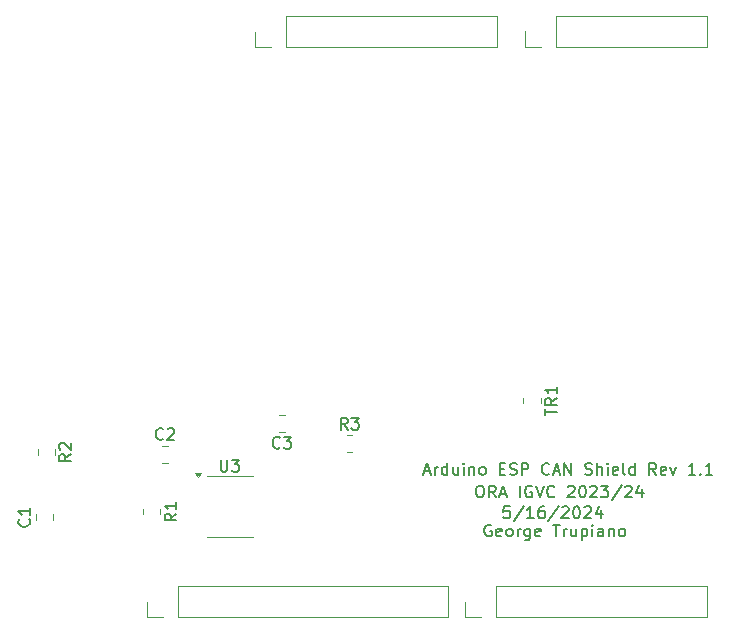
<source format=gbr>
%TF.GenerationSoftware,KiCad,Pcbnew,8.0.2-1*%
%TF.CreationDate,2024-05-16T23:29:46-04:00*%
%TF.ProjectId,ORA_Arduino_ESP_CAN_Shield_Rev_1.1,4f52415f-4172-4647-9569-6e6f5f455350,rev?*%
%TF.SameCoordinates,Original*%
%TF.FileFunction,Legend,Top*%
%TF.FilePolarity,Positive*%
%FSLAX46Y46*%
G04 Gerber Fmt 4.6, Leading zero omitted, Abs format (unit mm)*
G04 Created by KiCad (PCBNEW 8.0.2-1) date 2024-05-16 23:29:46*
%MOMM*%
%LPD*%
G01*
G04 APERTURE LIST*
%ADD10C,0.150000*%
%ADD11C,0.120000*%
G04 APERTURE END LIST*
D10*
X69327255Y-63759819D02*
X69517731Y-63759819D01*
X69517731Y-63759819D02*
X69612969Y-63807438D01*
X69612969Y-63807438D02*
X69708207Y-63902676D01*
X69708207Y-63902676D02*
X69755826Y-64093152D01*
X69755826Y-64093152D02*
X69755826Y-64426485D01*
X69755826Y-64426485D02*
X69708207Y-64616961D01*
X69708207Y-64616961D02*
X69612969Y-64712200D01*
X69612969Y-64712200D02*
X69517731Y-64759819D01*
X69517731Y-64759819D02*
X69327255Y-64759819D01*
X69327255Y-64759819D02*
X69232017Y-64712200D01*
X69232017Y-64712200D02*
X69136779Y-64616961D01*
X69136779Y-64616961D02*
X69089160Y-64426485D01*
X69089160Y-64426485D02*
X69089160Y-64093152D01*
X69089160Y-64093152D02*
X69136779Y-63902676D01*
X69136779Y-63902676D02*
X69232017Y-63807438D01*
X69232017Y-63807438D02*
X69327255Y-63759819D01*
X70755826Y-64759819D02*
X70422493Y-64283628D01*
X70184398Y-64759819D02*
X70184398Y-63759819D01*
X70184398Y-63759819D02*
X70565350Y-63759819D01*
X70565350Y-63759819D02*
X70660588Y-63807438D01*
X70660588Y-63807438D02*
X70708207Y-63855057D01*
X70708207Y-63855057D02*
X70755826Y-63950295D01*
X70755826Y-63950295D02*
X70755826Y-64093152D01*
X70755826Y-64093152D02*
X70708207Y-64188390D01*
X70708207Y-64188390D02*
X70660588Y-64236009D01*
X70660588Y-64236009D02*
X70565350Y-64283628D01*
X70565350Y-64283628D02*
X70184398Y-64283628D01*
X71136779Y-64474104D02*
X71612969Y-64474104D01*
X71041541Y-64759819D02*
X71374874Y-63759819D01*
X71374874Y-63759819D02*
X71708207Y-64759819D01*
X72803446Y-64759819D02*
X72803446Y-63759819D01*
X73803445Y-63807438D02*
X73708207Y-63759819D01*
X73708207Y-63759819D02*
X73565350Y-63759819D01*
X73565350Y-63759819D02*
X73422493Y-63807438D01*
X73422493Y-63807438D02*
X73327255Y-63902676D01*
X73327255Y-63902676D02*
X73279636Y-63997914D01*
X73279636Y-63997914D02*
X73232017Y-64188390D01*
X73232017Y-64188390D02*
X73232017Y-64331247D01*
X73232017Y-64331247D02*
X73279636Y-64521723D01*
X73279636Y-64521723D02*
X73327255Y-64616961D01*
X73327255Y-64616961D02*
X73422493Y-64712200D01*
X73422493Y-64712200D02*
X73565350Y-64759819D01*
X73565350Y-64759819D02*
X73660588Y-64759819D01*
X73660588Y-64759819D02*
X73803445Y-64712200D01*
X73803445Y-64712200D02*
X73851064Y-64664580D01*
X73851064Y-64664580D02*
X73851064Y-64331247D01*
X73851064Y-64331247D02*
X73660588Y-64331247D01*
X74136779Y-63759819D02*
X74470112Y-64759819D01*
X74470112Y-64759819D02*
X74803445Y-63759819D01*
X75708207Y-64664580D02*
X75660588Y-64712200D01*
X75660588Y-64712200D02*
X75517731Y-64759819D01*
X75517731Y-64759819D02*
X75422493Y-64759819D01*
X75422493Y-64759819D02*
X75279636Y-64712200D01*
X75279636Y-64712200D02*
X75184398Y-64616961D01*
X75184398Y-64616961D02*
X75136779Y-64521723D01*
X75136779Y-64521723D02*
X75089160Y-64331247D01*
X75089160Y-64331247D02*
X75089160Y-64188390D01*
X75089160Y-64188390D02*
X75136779Y-63997914D01*
X75136779Y-63997914D02*
X75184398Y-63902676D01*
X75184398Y-63902676D02*
X75279636Y-63807438D01*
X75279636Y-63807438D02*
X75422493Y-63759819D01*
X75422493Y-63759819D02*
X75517731Y-63759819D01*
X75517731Y-63759819D02*
X75660588Y-63807438D01*
X75660588Y-63807438D02*
X75708207Y-63855057D01*
X76851065Y-63855057D02*
X76898684Y-63807438D01*
X76898684Y-63807438D02*
X76993922Y-63759819D01*
X76993922Y-63759819D02*
X77232017Y-63759819D01*
X77232017Y-63759819D02*
X77327255Y-63807438D01*
X77327255Y-63807438D02*
X77374874Y-63855057D01*
X77374874Y-63855057D02*
X77422493Y-63950295D01*
X77422493Y-63950295D02*
X77422493Y-64045533D01*
X77422493Y-64045533D02*
X77374874Y-64188390D01*
X77374874Y-64188390D02*
X76803446Y-64759819D01*
X76803446Y-64759819D02*
X77422493Y-64759819D01*
X78041541Y-63759819D02*
X78136779Y-63759819D01*
X78136779Y-63759819D02*
X78232017Y-63807438D01*
X78232017Y-63807438D02*
X78279636Y-63855057D01*
X78279636Y-63855057D02*
X78327255Y-63950295D01*
X78327255Y-63950295D02*
X78374874Y-64140771D01*
X78374874Y-64140771D02*
X78374874Y-64378866D01*
X78374874Y-64378866D02*
X78327255Y-64569342D01*
X78327255Y-64569342D02*
X78279636Y-64664580D01*
X78279636Y-64664580D02*
X78232017Y-64712200D01*
X78232017Y-64712200D02*
X78136779Y-64759819D01*
X78136779Y-64759819D02*
X78041541Y-64759819D01*
X78041541Y-64759819D02*
X77946303Y-64712200D01*
X77946303Y-64712200D02*
X77898684Y-64664580D01*
X77898684Y-64664580D02*
X77851065Y-64569342D01*
X77851065Y-64569342D02*
X77803446Y-64378866D01*
X77803446Y-64378866D02*
X77803446Y-64140771D01*
X77803446Y-64140771D02*
X77851065Y-63950295D01*
X77851065Y-63950295D02*
X77898684Y-63855057D01*
X77898684Y-63855057D02*
X77946303Y-63807438D01*
X77946303Y-63807438D02*
X78041541Y-63759819D01*
X78755827Y-63855057D02*
X78803446Y-63807438D01*
X78803446Y-63807438D02*
X78898684Y-63759819D01*
X78898684Y-63759819D02*
X79136779Y-63759819D01*
X79136779Y-63759819D02*
X79232017Y-63807438D01*
X79232017Y-63807438D02*
X79279636Y-63855057D01*
X79279636Y-63855057D02*
X79327255Y-63950295D01*
X79327255Y-63950295D02*
X79327255Y-64045533D01*
X79327255Y-64045533D02*
X79279636Y-64188390D01*
X79279636Y-64188390D02*
X78708208Y-64759819D01*
X78708208Y-64759819D02*
X79327255Y-64759819D01*
X79660589Y-63759819D02*
X80279636Y-63759819D01*
X80279636Y-63759819D02*
X79946303Y-64140771D01*
X79946303Y-64140771D02*
X80089160Y-64140771D01*
X80089160Y-64140771D02*
X80184398Y-64188390D01*
X80184398Y-64188390D02*
X80232017Y-64236009D01*
X80232017Y-64236009D02*
X80279636Y-64331247D01*
X80279636Y-64331247D02*
X80279636Y-64569342D01*
X80279636Y-64569342D02*
X80232017Y-64664580D01*
X80232017Y-64664580D02*
X80184398Y-64712200D01*
X80184398Y-64712200D02*
X80089160Y-64759819D01*
X80089160Y-64759819D02*
X79803446Y-64759819D01*
X79803446Y-64759819D02*
X79708208Y-64712200D01*
X79708208Y-64712200D02*
X79660589Y-64664580D01*
X81422493Y-63712200D02*
X80565351Y-64997914D01*
X81708208Y-63855057D02*
X81755827Y-63807438D01*
X81755827Y-63807438D02*
X81851065Y-63759819D01*
X81851065Y-63759819D02*
X82089160Y-63759819D01*
X82089160Y-63759819D02*
X82184398Y-63807438D01*
X82184398Y-63807438D02*
X82232017Y-63855057D01*
X82232017Y-63855057D02*
X82279636Y-63950295D01*
X82279636Y-63950295D02*
X82279636Y-64045533D01*
X82279636Y-64045533D02*
X82232017Y-64188390D01*
X82232017Y-64188390D02*
X81660589Y-64759819D01*
X81660589Y-64759819D02*
X82279636Y-64759819D01*
X83136779Y-64093152D02*
X83136779Y-64759819D01*
X82898684Y-63712200D02*
X82660589Y-64426485D01*
X82660589Y-64426485D02*
X83279636Y-64426485D01*
X70370588Y-67117438D02*
X70275350Y-67069819D01*
X70275350Y-67069819D02*
X70132493Y-67069819D01*
X70132493Y-67069819D02*
X69989636Y-67117438D01*
X69989636Y-67117438D02*
X69894398Y-67212676D01*
X69894398Y-67212676D02*
X69846779Y-67307914D01*
X69846779Y-67307914D02*
X69799160Y-67498390D01*
X69799160Y-67498390D02*
X69799160Y-67641247D01*
X69799160Y-67641247D02*
X69846779Y-67831723D01*
X69846779Y-67831723D02*
X69894398Y-67926961D01*
X69894398Y-67926961D02*
X69989636Y-68022200D01*
X69989636Y-68022200D02*
X70132493Y-68069819D01*
X70132493Y-68069819D02*
X70227731Y-68069819D01*
X70227731Y-68069819D02*
X70370588Y-68022200D01*
X70370588Y-68022200D02*
X70418207Y-67974580D01*
X70418207Y-67974580D02*
X70418207Y-67641247D01*
X70418207Y-67641247D02*
X70227731Y-67641247D01*
X71227731Y-68022200D02*
X71132493Y-68069819D01*
X71132493Y-68069819D02*
X70942017Y-68069819D01*
X70942017Y-68069819D02*
X70846779Y-68022200D01*
X70846779Y-68022200D02*
X70799160Y-67926961D01*
X70799160Y-67926961D02*
X70799160Y-67546009D01*
X70799160Y-67546009D02*
X70846779Y-67450771D01*
X70846779Y-67450771D02*
X70942017Y-67403152D01*
X70942017Y-67403152D02*
X71132493Y-67403152D01*
X71132493Y-67403152D02*
X71227731Y-67450771D01*
X71227731Y-67450771D02*
X71275350Y-67546009D01*
X71275350Y-67546009D02*
X71275350Y-67641247D01*
X71275350Y-67641247D02*
X70799160Y-67736485D01*
X71846779Y-68069819D02*
X71751541Y-68022200D01*
X71751541Y-68022200D02*
X71703922Y-67974580D01*
X71703922Y-67974580D02*
X71656303Y-67879342D01*
X71656303Y-67879342D02*
X71656303Y-67593628D01*
X71656303Y-67593628D02*
X71703922Y-67498390D01*
X71703922Y-67498390D02*
X71751541Y-67450771D01*
X71751541Y-67450771D02*
X71846779Y-67403152D01*
X71846779Y-67403152D02*
X71989636Y-67403152D01*
X71989636Y-67403152D02*
X72084874Y-67450771D01*
X72084874Y-67450771D02*
X72132493Y-67498390D01*
X72132493Y-67498390D02*
X72180112Y-67593628D01*
X72180112Y-67593628D02*
X72180112Y-67879342D01*
X72180112Y-67879342D02*
X72132493Y-67974580D01*
X72132493Y-67974580D02*
X72084874Y-68022200D01*
X72084874Y-68022200D02*
X71989636Y-68069819D01*
X71989636Y-68069819D02*
X71846779Y-68069819D01*
X72608684Y-68069819D02*
X72608684Y-67403152D01*
X72608684Y-67593628D02*
X72656303Y-67498390D01*
X72656303Y-67498390D02*
X72703922Y-67450771D01*
X72703922Y-67450771D02*
X72799160Y-67403152D01*
X72799160Y-67403152D02*
X72894398Y-67403152D01*
X73656303Y-67403152D02*
X73656303Y-68212676D01*
X73656303Y-68212676D02*
X73608684Y-68307914D01*
X73608684Y-68307914D02*
X73561065Y-68355533D01*
X73561065Y-68355533D02*
X73465827Y-68403152D01*
X73465827Y-68403152D02*
X73322970Y-68403152D01*
X73322970Y-68403152D02*
X73227732Y-68355533D01*
X73656303Y-68022200D02*
X73561065Y-68069819D01*
X73561065Y-68069819D02*
X73370589Y-68069819D01*
X73370589Y-68069819D02*
X73275351Y-68022200D01*
X73275351Y-68022200D02*
X73227732Y-67974580D01*
X73227732Y-67974580D02*
X73180113Y-67879342D01*
X73180113Y-67879342D02*
X73180113Y-67593628D01*
X73180113Y-67593628D02*
X73227732Y-67498390D01*
X73227732Y-67498390D02*
X73275351Y-67450771D01*
X73275351Y-67450771D02*
X73370589Y-67403152D01*
X73370589Y-67403152D02*
X73561065Y-67403152D01*
X73561065Y-67403152D02*
X73656303Y-67450771D01*
X74513446Y-68022200D02*
X74418208Y-68069819D01*
X74418208Y-68069819D02*
X74227732Y-68069819D01*
X74227732Y-68069819D02*
X74132494Y-68022200D01*
X74132494Y-68022200D02*
X74084875Y-67926961D01*
X74084875Y-67926961D02*
X74084875Y-67546009D01*
X74084875Y-67546009D02*
X74132494Y-67450771D01*
X74132494Y-67450771D02*
X74227732Y-67403152D01*
X74227732Y-67403152D02*
X74418208Y-67403152D01*
X74418208Y-67403152D02*
X74513446Y-67450771D01*
X74513446Y-67450771D02*
X74561065Y-67546009D01*
X74561065Y-67546009D02*
X74561065Y-67641247D01*
X74561065Y-67641247D02*
X74084875Y-67736485D01*
X75608685Y-67069819D02*
X76180113Y-67069819D01*
X75894399Y-68069819D02*
X75894399Y-67069819D01*
X76513447Y-68069819D02*
X76513447Y-67403152D01*
X76513447Y-67593628D02*
X76561066Y-67498390D01*
X76561066Y-67498390D02*
X76608685Y-67450771D01*
X76608685Y-67450771D02*
X76703923Y-67403152D01*
X76703923Y-67403152D02*
X76799161Y-67403152D01*
X77561066Y-67403152D02*
X77561066Y-68069819D01*
X77132495Y-67403152D02*
X77132495Y-67926961D01*
X77132495Y-67926961D02*
X77180114Y-68022200D01*
X77180114Y-68022200D02*
X77275352Y-68069819D01*
X77275352Y-68069819D02*
X77418209Y-68069819D01*
X77418209Y-68069819D02*
X77513447Y-68022200D01*
X77513447Y-68022200D02*
X77561066Y-67974580D01*
X78037257Y-67403152D02*
X78037257Y-68403152D01*
X78037257Y-67450771D02*
X78132495Y-67403152D01*
X78132495Y-67403152D02*
X78322971Y-67403152D01*
X78322971Y-67403152D02*
X78418209Y-67450771D01*
X78418209Y-67450771D02*
X78465828Y-67498390D01*
X78465828Y-67498390D02*
X78513447Y-67593628D01*
X78513447Y-67593628D02*
X78513447Y-67879342D01*
X78513447Y-67879342D02*
X78465828Y-67974580D01*
X78465828Y-67974580D02*
X78418209Y-68022200D01*
X78418209Y-68022200D02*
X78322971Y-68069819D01*
X78322971Y-68069819D02*
X78132495Y-68069819D01*
X78132495Y-68069819D02*
X78037257Y-68022200D01*
X78942019Y-68069819D02*
X78942019Y-67403152D01*
X78942019Y-67069819D02*
X78894400Y-67117438D01*
X78894400Y-67117438D02*
X78942019Y-67165057D01*
X78942019Y-67165057D02*
X78989638Y-67117438D01*
X78989638Y-67117438D02*
X78942019Y-67069819D01*
X78942019Y-67069819D02*
X78942019Y-67165057D01*
X79846780Y-68069819D02*
X79846780Y-67546009D01*
X79846780Y-67546009D02*
X79799161Y-67450771D01*
X79799161Y-67450771D02*
X79703923Y-67403152D01*
X79703923Y-67403152D02*
X79513447Y-67403152D01*
X79513447Y-67403152D02*
X79418209Y-67450771D01*
X79846780Y-68022200D02*
X79751542Y-68069819D01*
X79751542Y-68069819D02*
X79513447Y-68069819D01*
X79513447Y-68069819D02*
X79418209Y-68022200D01*
X79418209Y-68022200D02*
X79370590Y-67926961D01*
X79370590Y-67926961D02*
X79370590Y-67831723D01*
X79370590Y-67831723D02*
X79418209Y-67736485D01*
X79418209Y-67736485D02*
X79513447Y-67688866D01*
X79513447Y-67688866D02*
X79751542Y-67688866D01*
X79751542Y-67688866D02*
X79846780Y-67641247D01*
X80322971Y-67403152D02*
X80322971Y-68069819D01*
X80322971Y-67498390D02*
X80370590Y-67450771D01*
X80370590Y-67450771D02*
X80465828Y-67403152D01*
X80465828Y-67403152D02*
X80608685Y-67403152D01*
X80608685Y-67403152D02*
X80703923Y-67450771D01*
X80703923Y-67450771D02*
X80751542Y-67546009D01*
X80751542Y-67546009D02*
X80751542Y-68069819D01*
X81370590Y-68069819D02*
X81275352Y-68022200D01*
X81275352Y-68022200D02*
X81227733Y-67974580D01*
X81227733Y-67974580D02*
X81180114Y-67879342D01*
X81180114Y-67879342D02*
X81180114Y-67593628D01*
X81180114Y-67593628D02*
X81227733Y-67498390D01*
X81227733Y-67498390D02*
X81275352Y-67450771D01*
X81275352Y-67450771D02*
X81370590Y-67403152D01*
X81370590Y-67403152D02*
X81513447Y-67403152D01*
X81513447Y-67403152D02*
X81608685Y-67450771D01*
X81608685Y-67450771D02*
X81656304Y-67498390D01*
X81656304Y-67498390D02*
X81703923Y-67593628D01*
X81703923Y-67593628D02*
X81703923Y-67879342D01*
X81703923Y-67879342D02*
X81656304Y-67974580D01*
X81656304Y-67974580D02*
X81608685Y-68022200D01*
X81608685Y-68022200D02*
X81513447Y-68069819D01*
X81513447Y-68069819D02*
X81370590Y-68069819D01*
X64709160Y-62564104D02*
X65185350Y-62564104D01*
X64613922Y-62849819D02*
X64947255Y-61849819D01*
X64947255Y-61849819D02*
X65280588Y-62849819D01*
X65613922Y-62849819D02*
X65613922Y-62183152D01*
X65613922Y-62373628D02*
X65661541Y-62278390D01*
X65661541Y-62278390D02*
X65709160Y-62230771D01*
X65709160Y-62230771D02*
X65804398Y-62183152D01*
X65804398Y-62183152D02*
X65899636Y-62183152D01*
X66661541Y-62849819D02*
X66661541Y-61849819D01*
X66661541Y-62802200D02*
X66566303Y-62849819D01*
X66566303Y-62849819D02*
X66375827Y-62849819D01*
X66375827Y-62849819D02*
X66280589Y-62802200D01*
X66280589Y-62802200D02*
X66232970Y-62754580D01*
X66232970Y-62754580D02*
X66185351Y-62659342D01*
X66185351Y-62659342D02*
X66185351Y-62373628D01*
X66185351Y-62373628D02*
X66232970Y-62278390D01*
X66232970Y-62278390D02*
X66280589Y-62230771D01*
X66280589Y-62230771D02*
X66375827Y-62183152D01*
X66375827Y-62183152D02*
X66566303Y-62183152D01*
X66566303Y-62183152D02*
X66661541Y-62230771D01*
X67566303Y-62183152D02*
X67566303Y-62849819D01*
X67137732Y-62183152D02*
X67137732Y-62706961D01*
X67137732Y-62706961D02*
X67185351Y-62802200D01*
X67185351Y-62802200D02*
X67280589Y-62849819D01*
X67280589Y-62849819D02*
X67423446Y-62849819D01*
X67423446Y-62849819D02*
X67518684Y-62802200D01*
X67518684Y-62802200D02*
X67566303Y-62754580D01*
X68042494Y-62849819D02*
X68042494Y-62183152D01*
X68042494Y-61849819D02*
X67994875Y-61897438D01*
X67994875Y-61897438D02*
X68042494Y-61945057D01*
X68042494Y-61945057D02*
X68090113Y-61897438D01*
X68090113Y-61897438D02*
X68042494Y-61849819D01*
X68042494Y-61849819D02*
X68042494Y-61945057D01*
X68518684Y-62183152D02*
X68518684Y-62849819D01*
X68518684Y-62278390D02*
X68566303Y-62230771D01*
X68566303Y-62230771D02*
X68661541Y-62183152D01*
X68661541Y-62183152D02*
X68804398Y-62183152D01*
X68804398Y-62183152D02*
X68899636Y-62230771D01*
X68899636Y-62230771D02*
X68947255Y-62326009D01*
X68947255Y-62326009D02*
X68947255Y-62849819D01*
X69566303Y-62849819D02*
X69471065Y-62802200D01*
X69471065Y-62802200D02*
X69423446Y-62754580D01*
X69423446Y-62754580D02*
X69375827Y-62659342D01*
X69375827Y-62659342D02*
X69375827Y-62373628D01*
X69375827Y-62373628D02*
X69423446Y-62278390D01*
X69423446Y-62278390D02*
X69471065Y-62230771D01*
X69471065Y-62230771D02*
X69566303Y-62183152D01*
X69566303Y-62183152D02*
X69709160Y-62183152D01*
X69709160Y-62183152D02*
X69804398Y-62230771D01*
X69804398Y-62230771D02*
X69852017Y-62278390D01*
X69852017Y-62278390D02*
X69899636Y-62373628D01*
X69899636Y-62373628D02*
X69899636Y-62659342D01*
X69899636Y-62659342D02*
X69852017Y-62754580D01*
X69852017Y-62754580D02*
X69804398Y-62802200D01*
X69804398Y-62802200D02*
X69709160Y-62849819D01*
X69709160Y-62849819D02*
X69566303Y-62849819D01*
X71090113Y-62326009D02*
X71423446Y-62326009D01*
X71566303Y-62849819D02*
X71090113Y-62849819D01*
X71090113Y-62849819D02*
X71090113Y-61849819D01*
X71090113Y-61849819D02*
X71566303Y-61849819D01*
X71947256Y-62802200D02*
X72090113Y-62849819D01*
X72090113Y-62849819D02*
X72328208Y-62849819D01*
X72328208Y-62849819D02*
X72423446Y-62802200D01*
X72423446Y-62802200D02*
X72471065Y-62754580D01*
X72471065Y-62754580D02*
X72518684Y-62659342D01*
X72518684Y-62659342D02*
X72518684Y-62564104D01*
X72518684Y-62564104D02*
X72471065Y-62468866D01*
X72471065Y-62468866D02*
X72423446Y-62421247D01*
X72423446Y-62421247D02*
X72328208Y-62373628D01*
X72328208Y-62373628D02*
X72137732Y-62326009D01*
X72137732Y-62326009D02*
X72042494Y-62278390D01*
X72042494Y-62278390D02*
X71994875Y-62230771D01*
X71994875Y-62230771D02*
X71947256Y-62135533D01*
X71947256Y-62135533D02*
X71947256Y-62040295D01*
X71947256Y-62040295D02*
X71994875Y-61945057D01*
X71994875Y-61945057D02*
X72042494Y-61897438D01*
X72042494Y-61897438D02*
X72137732Y-61849819D01*
X72137732Y-61849819D02*
X72375827Y-61849819D01*
X72375827Y-61849819D02*
X72518684Y-61897438D01*
X72947256Y-62849819D02*
X72947256Y-61849819D01*
X72947256Y-61849819D02*
X73328208Y-61849819D01*
X73328208Y-61849819D02*
X73423446Y-61897438D01*
X73423446Y-61897438D02*
X73471065Y-61945057D01*
X73471065Y-61945057D02*
X73518684Y-62040295D01*
X73518684Y-62040295D02*
X73518684Y-62183152D01*
X73518684Y-62183152D02*
X73471065Y-62278390D01*
X73471065Y-62278390D02*
X73423446Y-62326009D01*
X73423446Y-62326009D02*
X73328208Y-62373628D01*
X73328208Y-62373628D02*
X72947256Y-62373628D01*
X75280589Y-62754580D02*
X75232970Y-62802200D01*
X75232970Y-62802200D02*
X75090113Y-62849819D01*
X75090113Y-62849819D02*
X74994875Y-62849819D01*
X74994875Y-62849819D02*
X74852018Y-62802200D01*
X74852018Y-62802200D02*
X74756780Y-62706961D01*
X74756780Y-62706961D02*
X74709161Y-62611723D01*
X74709161Y-62611723D02*
X74661542Y-62421247D01*
X74661542Y-62421247D02*
X74661542Y-62278390D01*
X74661542Y-62278390D02*
X74709161Y-62087914D01*
X74709161Y-62087914D02*
X74756780Y-61992676D01*
X74756780Y-61992676D02*
X74852018Y-61897438D01*
X74852018Y-61897438D02*
X74994875Y-61849819D01*
X74994875Y-61849819D02*
X75090113Y-61849819D01*
X75090113Y-61849819D02*
X75232970Y-61897438D01*
X75232970Y-61897438D02*
X75280589Y-61945057D01*
X75661542Y-62564104D02*
X76137732Y-62564104D01*
X75566304Y-62849819D02*
X75899637Y-61849819D01*
X75899637Y-61849819D02*
X76232970Y-62849819D01*
X76566304Y-62849819D02*
X76566304Y-61849819D01*
X76566304Y-61849819D02*
X77137732Y-62849819D01*
X77137732Y-62849819D02*
X77137732Y-61849819D01*
X78328209Y-62802200D02*
X78471066Y-62849819D01*
X78471066Y-62849819D02*
X78709161Y-62849819D01*
X78709161Y-62849819D02*
X78804399Y-62802200D01*
X78804399Y-62802200D02*
X78852018Y-62754580D01*
X78852018Y-62754580D02*
X78899637Y-62659342D01*
X78899637Y-62659342D02*
X78899637Y-62564104D01*
X78899637Y-62564104D02*
X78852018Y-62468866D01*
X78852018Y-62468866D02*
X78804399Y-62421247D01*
X78804399Y-62421247D02*
X78709161Y-62373628D01*
X78709161Y-62373628D02*
X78518685Y-62326009D01*
X78518685Y-62326009D02*
X78423447Y-62278390D01*
X78423447Y-62278390D02*
X78375828Y-62230771D01*
X78375828Y-62230771D02*
X78328209Y-62135533D01*
X78328209Y-62135533D02*
X78328209Y-62040295D01*
X78328209Y-62040295D02*
X78375828Y-61945057D01*
X78375828Y-61945057D02*
X78423447Y-61897438D01*
X78423447Y-61897438D02*
X78518685Y-61849819D01*
X78518685Y-61849819D02*
X78756780Y-61849819D01*
X78756780Y-61849819D02*
X78899637Y-61897438D01*
X79328209Y-62849819D02*
X79328209Y-61849819D01*
X79756780Y-62849819D02*
X79756780Y-62326009D01*
X79756780Y-62326009D02*
X79709161Y-62230771D01*
X79709161Y-62230771D02*
X79613923Y-62183152D01*
X79613923Y-62183152D02*
X79471066Y-62183152D01*
X79471066Y-62183152D02*
X79375828Y-62230771D01*
X79375828Y-62230771D02*
X79328209Y-62278390D01*
X80232971Y-62849819D02*
X80232971Y-62183152D01*
X80232971Y-61849819D02*
X80185352Y-61897438D01*
X80185352Y-61897438D02*
X80232971Y-61945057D01*
X80232971Y-61945057D02*
X80280590Y-61897438D01*
X80280590Y-61897438D02*
X80232971Y-61849819D01*
X80232971Y-61849819D02*
X80232971Y-61945057D01*
X81090113Y-62802200D02*
X80994875Y-62849819D01*
X80994875Y-62849819D02*
X80804399Y-62849819D01*
X80804399Y-62849819D02*
X80709161Y-62802200D01*
X80709161Y-62802200D02*
X80661542Y-62706961D01*
X80661542Y-62706961D02*
X80661542Y-62326009D01*
X80661542Y-62326009D02*
X80709161Y-62230771D01*
X80709161Y-62230771D02*
X80804399Y-62183152D01*
X80804399Y-62183152D02*
X80994875Y-62183152D01*
X80994875Y-62183152D02*
X81090113Y-62230771D01*
X81090113Y-62230771D02*
X81137732Y-62326009D01*
X81137732Y-62326009D02*
X81137732Y-62421247D01*
X81137732Y-62421247D02*
X80661542Y-62516485D01*
X81709161Y-62849819D02*
X81613923Y-62802200D01*
X81613923Y-62802200D02*
X81566304Y-62706961D01*
X81566304Y-62706961D02*
X81566304Y-61849819D01*
X82518685Y-62849819D02*
X82518685Y-61849819D01*
X82518685Y-62802200D02*
X82423447Y-62849819D01*
X82423447Y-62849819D02*
X82232971Y-62849819D01*
X82232971Y-62849819D02*
X82137733Y-62802200D01*
X82137733Y-62802200D02*
X82090114Y-62754580D01*
X82090114Y-62754580D02*
X82042495Y-62659342D01*
X82042495Y-62659342D02*
X82042495Y-62373628D01*
X82042495Y-62373628D02*
X82090114Y-62278390D01*
X82090114Y-62278390D02*
X82137733Y-62230771D01*
X82137733Y-62230771D02*
X82232971Y-62183152D01*
X82232971Y-62183152D02*
X82423447Y-62183152D01*
X82423447Y-62183152D02*
X82518685Y-62230771D01*
X84328209Y-62849819D02*
X83994876Y-62373628D01*
X83756781Y-62849819D02*
X83756781Y-61849819D01*
X83756781Y-61849819D02*
X84137733Y-61849819D01*
X84137733Y-61849819D02*
X84232971Y-61897438D01*
X84232971Y-61897438D02*
X84280590Y-61945057D01*
X84280590Y-61945057D02*
X84328209Y-62040295D01*
X84328209Y-62040295D02*
X84328209Y-62183152D01*
X84328209Y-62183152D02*
X84280590Y-62278390D01*
X84280590Y-62278390D02*
X84232971Y-62326009D01*
X84232971Y-62326009D02*
X84137733Y-62373628D01*
X84137733Y-62373628D02*
X83756781Y-62373628D01*
X85137733Y-62802200D02*
X85042495Y-62849819D01*
X85042495Y-62849819D02*
X84852019Y-62849819D01*
X84852019Y-62849819D02*
X84756781Y-62802200D01*
X84756781Y-62802200D02*
X84709162Y-62706961D01*
X84709162Y-62706961D02*
X84709162Y-62326009D01*
X84709162Y-62326009D02*
X84756781Y-62230771D01*
X84756781Y-62230771D02*
X84852019Y-62183152D01*
X84852019Y-62183152D02*
X85042495Y-62183152D01*
X85042495Y-62183152D02*
X85137733Y-62230771D01*
X85137733Y-62230771D02*
X85185352Y-62326009D01*
X85185352Y-62326009D02*
X85185352Y-62421247D01*
X85185352Y-62421247D02*
X84709162Y-62516485D01*
X85518686Y-62183152D02*
X85756781Y-62849819D01*
X85756781Y-62849819D02*
X85994876Y-62183152D01*
X87661543Y-62849819D02*
X87090115Y-62849819D01*
X87375829Y-62849819D02*
X87375829Y-61849819D01*
X87375829Y-61849819D02*
X87280591Y-61992676D01*
X87280591Y-61992676D02*
X87185353Y-62087914D01*
X87185353Y-62087914D02*
X87090115Y-62135533D01*
X88090115Y-62754580D02*
X88137734Y-62802200D01*
X88137734Y-62802200D02*
X88090115Y-62849819D01*
X88090115Y-62849819D02*
X88042496Y-62802200D01*
X88042496Y-62802200D02*
X88090115Y-62754580D01*
X88090115Y-62754580D02*
X88090115Y-62849819D01*
X89090114Y-62849819D02*
X88518686Y-62849819D01*
X88804400Y-62849819D02*
X88804400Y-61849819D01*
X88804400Y-61849819D02*
X88709162Y-61992676D01*
X88709162Y-61992676D02*
X88613924Y-62087914D01*
X88613924Y-62087914D02*
X88518686Y-62135533D01*
X71932969Y-65519819D02*
X71456779Y-65519819D01*
X71456779Y-65519819D02*
X71409160Y-65996009D01*
X71409160Y-65996009D02*
X71456779Y-65948390D01*
X71456779Y-65948390D02*
X71552017Y-65900771D01*
X71552017Y-65900771D02*
X71790112Y-65900771D01*
X71790112Y-65900771D02*
X71885350Y-65948390D01*
X71885350Y-65948390D02*
X71932969Y-65996009D01*
X71932969Y-65996009D02*
X71980588Y-66091247D01*
X71980588Y-66091247D02*
X71980588Y-66329342D01*
X71980588Y-66329342D02*
X71932969Y-66424580D01*
X71932969Y-66424580D02*
X71885350Y-66472200D01*
X71885350Y-66472200D02*
X71790112Y-66519819D01*
X71790112Y-66519819D02*
X71552017Y-66519819D01*
X71552017Y-66519819D02*
X71456779Y-66472200D01*
X71456779Y-66472200D02*
X71409160Y-66424580D01*
X73123445Y-65472200D02*
X72266303Y-66757914D01*
X73980588Y-66519819D02*
X73409160Y-66519819D01*
X73694874Y-66519819D02*
X73694874Y-65519819D01*
X73694874Y-65519819D02*
X73599636Y-65662676D01*
X73599636Y-65662676D02*
X73504398Y-65757914D01*
X73504398Y-65757914D02*
X73409160Y-65805533D01*
X74837731Y-65519819D02*
X74647255Y-65519819D01*
X74647255Y-65519819D02*
X74552017Y-65567438D01*
X74552017Y-65567438D02*
X74504398Y-65615057D01*
X74504398Y-65615057D02*
X74409160Y-65757914D01*
X74409160Y-65757914D02*
X74361541Y-65948390D01*
X74361541Y-65948390D02*
X74361541Y-66329342D01*
X74361541Y-66329342D02*
X74409160Y-66424580D01*
X74409160Y-66424580D02*
X74456779Y-66472200D01*
X74456779Y-66472200D02*
X74552017Y-66519819D01*
X74552017Y-66519819D02*
X74742493Y-66519819D01*
X74742493Y-66519819D02*
X74837731Y-66472200D01*
X74837731Y-66472200D02*
X74885350Y-66424580D01*
X74885350Y-66424580D02*
X74932969Y-66329342D01*
X74932969Y-66329342D02*
X74932969Y-66091247D01*
X74932969Y-66091247D02*
X74885350Y-65996009D01*
X74885350Y-65996009D02*
X74837731Y-65948390D01*
X74837731Y-65948390D02*
X74742493Y-65900771D01*
X74742493Y-65900771D02*
X74552017Y-65900771D01*
X74552017Y-65900771D02*
X74456779Y-65948390D01*
X74456779Y-65948390D02*
X74409160Y-65996009D01*
X74409160Y-65996009D02*
X74361541Y-66091247D01*
X76075826Y-65472200D02*
X75218684Y-66757914D01*
X76361541Y-65615057D02*
X76409160Y-65567438D01*
X76409160Y-65567438D02*
X76504398Y-65519819D01*
X76504398Y-65519819D02*
X76742493Y-65519819D01*
X76742493Y-65519819D02*
X76837731Y-65567438D01*
X76837731Y-65567438D02*
X76885350Y-65615057D01*
X76885350Y-65615057D02*
X76932969Y-65710295D01*
X76932969Y-65710295D02*
X76932969Y-65805533D01*
X76932969Y-65805533D02*
X76885350Y-65948390D01*
X76885350Y-65948390D02*
X76313922Y-66519819D01*
X76313922Y-66519819D02*
X76932969Y-66519819D01*
X77552017Y-65519819D02*
X77647255Y-65519819D01*
X77647255Y-65519819D02*
X77742493Y-65567438D01*
X77742493Y-65567438D02*
X77790112Y-65615057D01*
X77790112Y-65615057D02*
X77837731Y-65710295D01*
X77837731Y-65710295D02*
X77885350Y-65900771D01*
X77885350Y-65900771D02*
X77885350Y-66138866D01*
X77885350Y-66138866D02*
X77837731Y-66329342D01*
X77837731Y-66329342D02*
X77790112Y-66424580D01*
X77790112Y-66424580D02*
X77742493Y-66472200D01*
X77742493Y-66472200D02*
X77647255Y-66519819D01*
X77647255Y-66519819D02*
X77552017Y-66519819D01*
X77552017Y-66519819D02*
X77456779Y-66472200D01*
X77456779Y-66472200D02*
X77409160Y-66424580D01*
X77409160Y-66424580D02*
X77361541Y-66329342D01*
X77361541Y-66329342D02*
X77313922Y-66138866D01*
X77313922Y-66138866D02*
X77313922Y-65900771D01*
X77313922Y-65900771D02*
X77361541Y-65710295D01*
X77361541Y-65710295D02*
X77409160Y-65615057D01*
X77409160Y-65615057D02*
X77456779Y-65567438D01*
X77456779Y-65567438D02*
X77552017Y-65519819D01*
X78266303Y-65615057D02*
X78313922Y-65567438D01*
X78313922Y-65567438D02*
X78409160Y-65519819D01*
X78409160Y-65519819D02*
X78647255Y-65519819D01*
X78647255Y-65519819D02*
X78742493Y-65567438D01*
X78742493Y-65567438D02*
X78790112Y-65615057D01*
X78790112Y-65615057D02*
X78837731Y-65710295D01*
X78837731Y-65710295D02*
X78837731Y-65805533D01*
X78837731Y-65805533D02*
X78790112Y-65948390D01*
X78790112Y-65948390D02*
X78218684Y-66519819D01*
X78218684Y-66519819D02*
X78837731Y-66519819D01*
X79694874Y-65853152D02*
X79694874Y-66519819D01*
X79456779Y-65472200D02*
X79218684Y-66186485D01*
X79218684Y-66186485D02*
X79837731Y-66186485D01*
X43719819Y-66146666D02*
X43243628Y-66479999D01*
X43719819Y-66718094D02*
X42719819Y-66718094D01*
X42719819Y-66718094D02*
X42719819Y-66337142D01*
X42719819Y-66337142D02*
X42767438Y-66241904D01*
X42767438Y-66241904D02*
X42815057Y-66194285D01*
X42815057Y-66194285D02*
X42910295Y-66146666D01*
X42910295Y-66146666D02*
X43053152Y-66146666D01*
X43053152Y-66146666D02*
X43148390Y-66194285D01*
X43148390Y-66194285D02*
X43196009Y-66241904D01*
X43196009Y-66241904D02*
X43243628Y-66337142D01*
X43243628Y-66337142D02*
X43243628Y-66718094D01*
X43719819Y-65194285D02*
X43719819Y-65765713D01*
X43719819Y-65479999D02*
X42719819Y-65479999D01*
X42719819Y-65479999D02*
X42862676Y-65575237D01*
X42862676Y-65575237D02*
X42957914Y-65670475D01*
X42957914Y-65670475D02*
X43005533Y-65765713D01*
X74929819Y-57821904D02*
X74929819Y-57250476D01*
X75929819Y-57536190D02*
X74929819Y-57536190D01*
X75929819Y-56345714D02*
X75453628Y-56679047D01*
X75929819Y-56917142D02*
X74929819Y-56917142D01*
X74929819Y-56917142D02*
X74929819Y-56536190D01*
X74929819Y-56536190D02*
X74977438Y-56440952D01*
X74977438Y-56440952D02*
X75025057Y-56393333D01*
X75025057Y-56393333D02*
X75120295Y-56345714D01*
X75120295Y-56345714D02*
X75263152Y-56345714D01*
X75263152Y-56345714D02*
X75358390Y-56393333D01*
X75358390Y-56393333D02*
X75406009Y-56440952D01*
X75406009Y-56440952D02*
X75453628Y-56536190D01*
X75453628Y-56536190D02*
X75453628Y-56917142D01*
X75929819Y-55393333D02*
X75929819Y-55964761D01*
X75929819Y-55679047D02*
X74929819Y-55679047D01*
X74929819Y-55679047D02*
X75072676Y-55774285D01*
X75072676Y-55774285D02*
X75167914Y-55869523D01*
X75167914Y-55869523D02*
X75215533Y-55964761D01*
X42598333Y-59809580D02*
X42550714Y-59857200D01*
X42550714Y-59857200D02*
X42407857Y-59904819D01*
X42407857Y-59904819D02*
X42312619Y-59904819D01*
X42312619Y-59904819D02*
X42169762Y-59857200D01*
X42169762Y-59857200D02*
X42074524Y-59761961D01*
X42074524Y-59761961D02*
X42026905Y-59666723D01*
X42026905Y-59666723D02*
X41979286Y-59476247D01*
X41979286Y-59476247D02*
X41979286Y-59333390D01*
X41979286Y-59333390D02*
X42026905Y-59142914D01*
X42026905Y-59142914D02*
X42074524Y-59047676D01*
X42074524Y-59047676D02*
X42169762Y-58952438D01*
X42169762Y-58952438D02*
X42312619Y-58904819D01*
X42312619Y-58904819D02*
X42407857Y-58904819D01*
X42407857Y-58904819D02*
X42550714Y-58952438D01*
X42550714Y-58952438D02*
X42598333Y-59000057D01*
X42979286Y-59000057D02*
X43026905Y-58952438D01*
X43026905Y-58952438D02*
X43122143Y-58904819D01*
X43122143Y-58904819D02*
X43360238Y-58904819D01*
X43360238Y-58904819D02*
X43455476Y-58952438D01*
X43455476Y-58952438D02*
X43503095Y-59000057D01*
X43503095Y-59000057D02*
X43550714Y-59095295D01*
X43550714Y-59095295D02*
X43550714Y-59190533D01*
X43550714Y-59190533D02*
X43503095Y-59333390D01*
X43503095Y-59333390D02*
X42931667Y-59904819D01*
X42931667Y-59904819D02*
X43550714Y-59904819D01*
X31234580Y-66616666D02*
X31282200Y-66664285D01*
X31282200Y-66664285D02*
X31329819Y-66807142D01*
X31329819Y-66807142D02*
X31329819Y-66902380D01*
X31329819Y-66902380D02*
X31282200Y-67045237D01*
X31282200Y-67045237D02*
X31186961Y-67140475D01*
X31186961Y-67140475D02*
X31091723Y-67188094D01*
X31091723Y-67188094D02*
X30901247Y-67235713D01*
X30901247Y-67235713D02*
X30758390Y-67235713D01*
X30758390Y-67235713D02*
X30567914Y-67188094D01*
X30567914Y-67188094D02*
X30472676Y-67140475D01*
X30472676Y-67140475D02*
X30377438Y-67045237D01*
X30377438Y-67045237D02*
X30329819Y-66902380D01*
X30329819Y-66902380D02*
X30329819Y-66807142D01*
X30329819Y-66807142D02*
X30377438Y-66664285D01*
X30377438Y-66664285D02*
X30425057Y-66616666D01*
X31329819Y-65664285D02*
X31329819Y-66235713D01*
X31329819Y-65949999D02*
X30329819Y-65949999D01*
X30329819Y-65949999D02*
X30472676Y-66045237D01*
X30472676Y-66045237D02*
X30567914Y-66140475D01*
X30567914Y-66140475D02*
X30615533Y-66235713D01*
X58208333Y-59024819D02*
X57875000Y-58548628D01*
X57636905Y-59024819D02*
X57636905Y-58024819D01*
X57636905Y-58024819D02*
X58017857Y-58024819D01*
X58017857Y-58024819D02*
X58113095Y-58072438D01*
X58113095Y-58072438D02*
X58160714Y-58120057D01*
X58160714Y-58120057D02*
X58208333Y-58215295D01*
X58208333Y-58215295D02*
X58208333Y-58358152D01*
X58208333Y-58358152D02*
X58160714Y-58453390D01*
X58160714Y-58453390D02*
X58113095Y-58501009D01*
X58113095Y-58501009D02*
X58017857Y-58548628D01*
X58017857Y-58548628D02*
X57636905Y-58548628D01*
X58541667Y-58024819D02*
X59160714Y-58024819D01*
X59160714Y-58024819D02*
X58827381Y-58405771D01*
X58827381Y-58405771D02*
X58970238Y-58405771D01*
X58970238Y-58405771D02*
X59065476Y-58453390D01*
X59065476Y-58453390D02*
X59113095Y-58501009D01*
X59113095Y-58501009D02*
X59160714Y-58596247D01*
X59160714Y-58596247D02*
X59160714Y-58834342D01*
X59160714Y-58834342D02*
X59113095Y-58929580D01*
X59113095Y-58929580D02*
X59065476Y-58977200D01*
X59065476Y-58977200D02*
X58970238Y-59024819D01*
X58970238Y-59024819D02*
X58684524Y-59024819D01*
X58684524Y-59024819D02*
X58589286Y-58977200D01*
X58589286Y-58977200D02*
X58541667Y-58929580D01*
X52485833Y-60539580D02*
X52438214Y-60587200D01*
X52438214Y-60587200D02*
X52295357Y-60634819D01*
X52295357Y-60634819D02*
X52200119Y-60634819D01*
X52200119Y-60634819D02*
X52057262Y-60587200D01*
X52057262Y-60587200D02*
X51962024Y-60491961D01*
X51962024Y-60491961D02*
X51914405Y-60396723D01*
X51914405Y-60396723D02*
X51866786Y-60206247D01*
X51866786Y-60206247D02*
X51866786Y-60063390D01*
X51866786Y-60063390D02*
X51914405Y-59872914D01*
X51914405Y-59872914D02*
X51962024Y-59777676D01*
X51962024Y-59777676D02*
X52057262Y-59682438D01*
X52057262Y-59682438D02*
X52200119Y-59634819D01*
X52200119Y-59634819D02*
X52295357Y-59634819D01*
X52295357Y-59634819D02*
X52438214Y-59682438D01*
X52438214Y-59682438D02*
X52485833Y-59730057D01*
X52819167Y-59634819D02*
X53438214Y-59634819D01*
X53438214Y-59634819D02*
X53104881Y-60015771D01*
X53104881Y-60015771D02*
X53247738Y-60015771D01*
X53247738Y-60015771D02*
X53342976Y-60063390D01*
X53342976Y-60063390D02*
X53390595Y-60111009D01*
X53390595Y-60111009D02*
X53438214Y-60206247D01*
X53438214Y-60206247D02*
X53438214Y-60444342D01*
X53438214Y-60444342D02*
X53390595Y-60539580D01*
X53390595Y-60539580D02*
X53342976Y-60587200D01*
X53342976Y-60587200D02*
X53247738Y-60634819D01*
X53247738Y-60634819D02*
X52962024Y-60634819D01*
X52962024Y-60634819D02*
X52866786Y-60587200D01*
X52866786Y-60587200D02*
X52819167Y-60539580D01*
X47463095Y-61574819D02*
X47463095Y-62384342D01*
X47463095Y-62384342D02*
X47510714Y-62479580D01*
X47510714Y-62479580D02*
X47558333Y-62527200D01*
X47558333Y-62527200D02*
X47653571Y-62574819D01*
X47653571Y-62574819D02*
X47844047Y-62574819D01*
X47844047Y-62574819D02*
X47939285Y-62527200D01*
X47939285Y-62527200D02*
X47986904Y-62479580D01*
X47986904Y-62479580D02*
X48034523Y-62384342D01*
X48034523Y-62384342D02*
X48034523Y-61574819D01*
X48415476Y-61574819D02*
X49034523Y-61574819D01*
X49034523Y-61574819D02*
X48701190Y-61955771D01*
X48701190Y-61955771D02*
X48844047Y-61955771D01*
X48844047Y-61955771D02*
X48939285Y-62003390D01*
X48939285Y-62003390D02*
X48986904Y-62051009D01*
X48986904Y-62051009D02*
X49034523Y-62146247D01*
X49034523Y-62146247D02*
X49034523Y-62384342D01*
X49034523Y-62384342D02*
X48986904Y-62479580D01*
X48986904Y-62479580D02*
X48939285Y-62527200D01*
X48939285Y-62527200D02*
X48844047Y-62574819D01*
X48844047Y-62574819D02*
X48558333Y-62574819D01*
X48558333Y-62574819D02*
X48463095Y-62527200D01*
X48463095Y-62527200D02*
X48415476Y-62479580D01*
X34799819Y-61096666D02*
X34323628Y-61429999D01*
X34799819Y-61668094D02*
X33799819Y-61668094D01*
X33799819Y-61668094D02*
X33799819Y-61287142D01*
X33799819Y-61287142D02*
X33847438Y-61191904D01*
X33847438Y-61191904D02*
X33895057Y-61144285D01*
X33895057Y-61144285D02*
X33990295Y-61096666D01*
X33990295Y-61096666D02*
X34133152Y-61096666D01*
X34133152Y-61096666D02*
X34228390Y-61144285D01*
X34228390Y-61144285D02*
X34276009Y-61191904D01*
X34276009Y-61191904D02*
X34323628Y-61287142D01*
X34323628Y-61287142D02*
X34323628Y-61668094D01*
X33895057Y-60715713D02*
X33847438Y-60668094D01*
X33847438Y-60668094D02*
X33799819Y-60572856D01*
X33799819Y-60572856D02*
X33799819Y-60334761D01*
X33799819Y-60334761D02*
X33847438Y-60239523D01*
X33847438Y-60239523D02*
X33895057Y-60191904D01*
X33895057Y-60191904D02*
X33990295Y-60144285D01*
X33990295Y-60144285D02*
X34085533Y-60144285D01*
X34085533Y-60144285D02*
X34228390Y-60191904D01*
X34228390Y-60191904D02*
X34799819Y-60763332D01*
X34799819Y-60763332D02*
X34799819Y-60144285D01*
D11*
%TO.C,R1*%
X40880000Y-65752936D02*
X40880000Y-66207064D01*
X42350000Y-65752936D02*
X42350000Y-66207064D01*
%TO.C,TR1*%
X73090000Y-56332936D02*
X73090000Y-56787064D01*
X74560000Y-56332936D02*
X74560000Y-56787064D01*
%TO.C,C2*%
X42503748Y-60395000D02*
X43026252Y-60395000D01*
X42503748Y-61865000D02*
X43026252Y-61865000D01*
%TO.C,Digital_1*%
X41230000Y-74910000D02*
X41230000Y-73580000D01*
X42560000Y-74910000D02*
X41230000Y-74910000D01*
X43830000Y-72250000D02*
X66750000Y-72250000D01*
X43830000Y-74910000D02*
X43830000Y-72250000D01*
X43830000Y-74910000D02*
X66750000Y-74910000D01*
X66750000Y-74910000D02*
X66750000Y-72250000D01*
%TO.C,C1*%
X31820000Y-66711252D02*
X31820000Y-66188748D01*
X33290000Y-66711252D02*
X33290000Y-66188748D01*
%TO.C,Power_1*%
X50385000Y-26650000D02*
X50385000Y-25320000D01*
X51715000Y-26650000D02*
X50385000Y-26650000D01*
X52985000Y-23990000D02*
X70825000Y-23990000D01*
X52985000Y-26650000D02*
X52985000Y-23990000D01*
X52985000Y-26650000D02*
X70825000Y-26650000D01*
X70825000Y-26650000D02*
X70825000Y-23990000D01*
%TO.C,R3*%
X58147936Y-59485000D02*
X58602064Y-59485000D01*
X58147936Y-60955000D02*
X58602064Y-60955000D01*
%TO.C,Analog_1*%
X73240000Y-26640000D02*
X73240000Y-25310000D01*
X74570000Y-26640000D02*
X73240000Y-26640000D01*
X75840000Y-23980000D02*
X88600000Y-23980000D01*
X75840000Y-26640000D02*
X75840000Y-23980000D01*
X75840000Y-26640000D02*
X88600000Y-26640000D01*
X88600000Y-26640000D02*
X88600000Y-23980000D01*
%TO.C,C3*%
X52913752Y-57765000D02*
X52391248Y-57765000D01*
X52913752Y-59235000D02*
X52391248Y-59235000D01*
%TO.C,Digital_2*%
X68160000Y-74910000D02*
X68160000Y-73580000D01*
X69490000Y-74910000D02*
X68160000Y-74910000D01*
X70760000Y-72250000D02*
X88600000Y-72250000D01*
X70760000Y-74910000D02*
X70760000Y-72250000D01*
X70760000Y-74910000D02*
X88600000Y-74910000D01*
X88600000Y-74910000D02*
X88600000Y-72250000D01*
%TO.C,U3*%
X48225000Y-62960000D02*
X46275000Y-62960000D01*
X48225000Y-62960000D02*
X50175000Y-62960000D01*
X48225000Y-68080000D02*
X46275000Y-68080000D01*
X48225000Y-68080000D02*
X50175000Y-68080000D01*
X45525000Y-63055000D02*
X45285000Y-62725000D01*
X45765000Y-62725000D01*
X45525000Y-63055000D01*
G36*
X45525000Y-63055000D02*
G01*
X45285000Y-62725000D01*
X45765000Y-62725000D01*
X45525000Y-63055000D01*
G37*
%TO.C,R2*%
X31960000Y-60702936D02*
X31960000Y-61157064D01*
X33430000Y-60702936D02*
X33430000Y-61157064D01*
%TD*%
M02*

</source>
